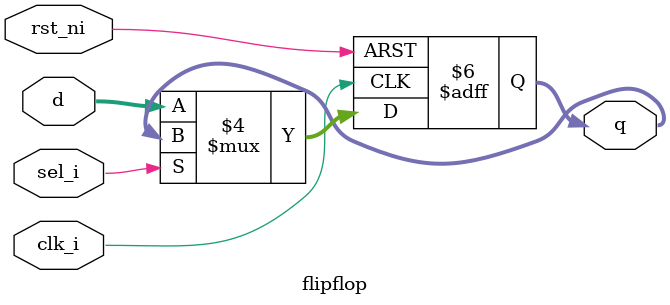
<source format=sv>
module flipflop(
  input logic clk_i, rst_ni,
  input logic [31:0] d,
  input logic sel_i,

  output logic [31:0] q
);

    always_ff @(posedge clk_i or negedge rst_ni)
		 begin
				  if (!rst_ni) q <= 0;
				  else if (sel_i == 0) q<=d;
			end        
endmodule 
</source>
